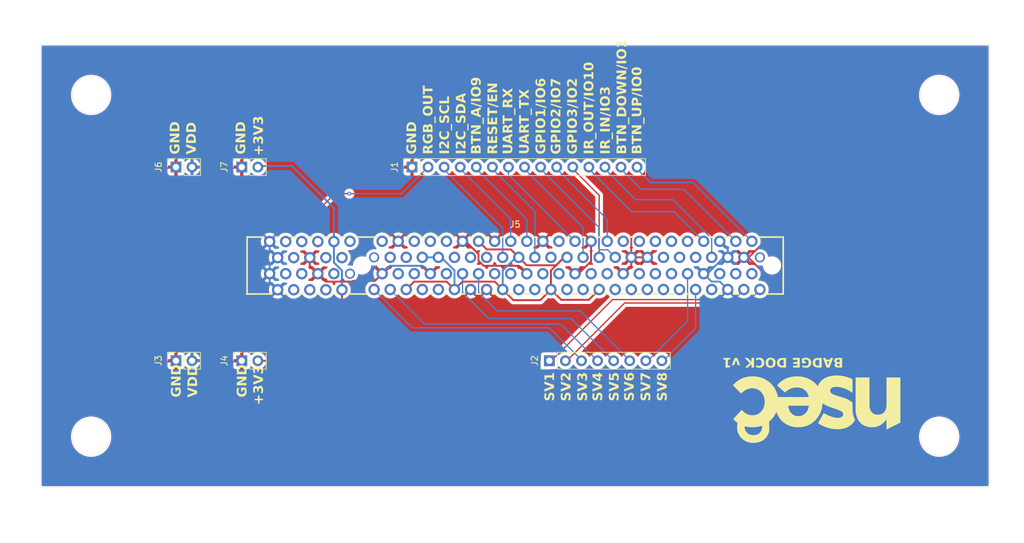
<source format=kicad_pcb>
(kicad_pcb (version 20240108) (generator "pcbnew") (generator_version "8.0")
  (layers (0 "F.Cu" signal) (31 "B.Cu" signal) (34 "B.Paste" user) (35 "F.Paste" user) (36 "B.SilkS" user "B.Silkscreen") (37 "F.SilkS" user "F.Silkscreen") (38 "B.Mask" user) (39 "F.Mask" user) (44 "Edge.Cuts" user))
  (net 0 "")
  (net 1 "GND")
  (net 2 "+3V3")
  (net 3 "IR_OUT")
  (net 4 "I2C_SCL")
  (net 5 "IR_IN")
  (net 6 "I2C_SDA")
  (net 7 "UART_RX")
  (net 8 "GPIO2")
  (net 9 "GPIO1")
  (net 10 "UART_TX")
  (net 11 "RESET")
  (net 12 "VDD")
  (net 13 "BTN_UP")
  (net 14 "BTN_DOWN")
  (net 15 "BTN_A")
  (net 16 "GPIO3")
  (net 17 "RGB_OUT")
  (net 71 "SV2")
  (net 72 "SV1")
  (net 73 "SV6")
  (net 74 "SV8")
  (net 75 "SV4")
  (net 76 "SV3")
  (net 77 "SV7")
  (net 78 "SV5")
  (footprint "Connector_PinSocket_2.54mm:PinSocket_1x02_P2.54mm_Vertical" (layer "F.Cu") (at 95.6 93.6 90)
    (property "Reference" "J3")
    (property "Value" "Conn_01x02_Socket")
  )
  (footprint "Connector_PinSocket_2.54mm:PinSocket_1x15_P2.54mm_Vertical" (layer "F.Cu") (at 132.9 63 90)
    (property "Reference" "J1")
    (property "Value" "Conn_01x15_Socket")
  )
  (footprint "Connector_PinSocket_2.54mm:PinSocket_1x02_P2.54mm_Vertical" (layer "F.Cu") (at 106 63 90)
    (property "Reference" "J7")
    (property "Value" "Conn_01x02_Socket")
  )
  (footprint "Connector_PinSocket_2.54mm:PinSocket_1x02_P2.54mm_Vertical" (layer "F.Cu") (at 106 93.6 90)
    (property "Reference" "J4")
    (property "Value" "Conn_01x02_Socket")
  )
  (footprint "footprints:CONN-TH_EH06003-DAW-DF" (layer "F.Cu") (at 149.135077 78.555067)
    (property "Reference" "J5")
    (property "Value" "Bus_PCI_32bit_Universal")
  )
  (footprint "Connector_PinHeader_2.54mm:PinHeader_1x08_P2.54mm_Vertical" (layer "F.Cu") (at 154.600035 93.6 90)
    (property "Reference" "J2")
    (property "Value" "Conn_01x08_Socket")
  )
  (footprint "Connector_PinSocket_2.54mm:PinSocket_1x02_P2.54mm_Vertical" (layer "F.Cu") (at 95.6 63 90)
    (property "Reference" "J6")
    (property "Value" "Conn_01x02_Socket")
  )
  (gr_poly (pts (xy 207.87833 104.468745) (xy 207.879009 104.468677) (xy 207.879716 104.468563) (xy 207.880451 104.468402) (xy 207.881215 104.468195) (xy 207.882006 104.467941) (xy 207.882826 104.46764) (xy 207.883673 104.467293) (xy 207.884549 104.466899) (xy 207.885453 104.466459) (xy 210.059269 103.37955) (xy 210.060094 103.379091) (xy 210.060879 103.378578) (xy 210.061624 103.378015) (xy 210.062325 103.377403) (xy 210.062982 103.376747) (xy 210.063591 103.376048) (xy 210.064152 103.375311) (xy 210.064661 103.374537) (xy 210.065118 103.373729) (xy 210.065521 103.372891) (xy 210.065866 103.372025) (xy 210.066154 103.371134) (xy 210.06638 103.370221) (xy 210.066545 103.36929) (xy 210.066645 103.368341) (xy 210.066678 103.36738) (xy 210.066678 96.242416) (xy 210.06667 96.242075) (xy 210.066645 96.24174) (xy 210.066603 96.241409) (xy 210.066546 96.241083) (xy 210.066473 96.240763) (xy 210.066385 96.240449) (xy 210.066283 96.240142) (xy 210.066166 96.239842) (xy 210.066035 96.239549) (xy 210.065891 96.239263) (xy 210.065733 96.238986) (xy 210.065563 96.238718) (xy 210.06538 96.238459) (xy 210.065185 96.238209) (xy 210.064979 96.237969) (xy 210.064761 96.237739) (xy 210.064533 96.23752) (xy 210.064294 96.237312) (xy 210.064044 96.237115) (xy 210.063786 96.236931) (xy 210.063518 96.236759) (xy 210.063241 96.2366) (xy 210.062955 96.236453) (xy 210.062661 96.236321) (xy 210.06236 96.236202) (xy 210.062051 96.236098) (xy 210.061735 96.236009) (xy 210.061413 96.235935) (xy 210.061084 96.235877) (xy 210.06075 96.235835) (xy 210.06041 96.235809) (xy 210.060065 96.235801) (xy 207.88519 96.235801) (xy 207.884335 96.235814) (xy 207.883506 96.235855) (xy 207.882704 96.235922) (xy 207.881929 96.236015) (xy 207.881179 96.236136) (xy 207.880457 96.236284) (xy 207.879761 96.236458) (xy 207.879092 96.23666) (xy 207.878449 96.236888) (xy 207.877834 96.237143) (xy 207.877245 96.237425) (xy 207.876683 96.237733) (xy 207.876148 96.238069) (xy 207.87564 96.238432) (xy 207.875159 96.238821) (xy 207.874706 96.239237) (xy 207.874279 96.239681) (xy 207.873879 96.240151) (xy 207.873507 96.240648) (xy 207.873162 96.241172) (xy 207.872845 96.241722) (xy 207.872554 96.2423) (xy 207.872291 96.242905) (xy 207.872056 96.243537) (xy 207.871848 96.244195) (xy 207.871668 96.244881) (xy 207.871515 96.245593) (xy 207.87139 96.246332) (xy 207.871293 96.247099) (xy 207.871223 96.247892) (xy 207.871181 96.248712) (xy 207.871167 96.24956) (xy 207.872489 100.556182) (xy 207.869262 100.690944) (xy 207.858879 100.824233) (xy 207.84103 100.955258) (xy 207.815403 101.083228) (xy 207.799576 101.14582) (xy 207.781689 101.207351) (xy 207.761702 101.267723) (xy 207.739577 101.326837) (xy 207.715274 101.384594) (xy 207.688756 101.440895) (xy 207.659984 101.495641) (xy 207.628918 101.548733) (xy 207.59552 101.600073) (xy 207.55975 101.649561) (xy 207.521571 101.697099) (xy 207.480944 101.742587) (xy 207.437829 101.785928) (xy 207.392188 101.827021) (xy 207.343982 101.865769) (xy 207.293172 101.902072) (xy 207.23972 101.935831) (xy 207.183587 101.966947) (xy 207.124733 101.995323) (xy 207.063121 102.020858) (xy 206.998711 102.043453) (xy 206.931464 102.063011) (xy 206.861342 102.079432) (xy 206.788306 102.092617) (xy 206.724433 102.101444) (xy 206.661281 102.10808) (xy 206.59885 102.112525) (xy 206.537141 102.114779) (xy 206.476152 102.114842) (xy 206.415884 102.112713) (xy 206.356335 102.108391) (xy 206.297506 102.101878) (xy 206.201705 102.086576) (xy 206.110231 102.06614) (xy 206.023084 102.04057) (xy 205.940263 102.009866) (xy 205.900475 101.992589) (xy 205.861769 101.974028) (xy 205.824144 101.954184) (xy 205.787601 101.933056) (xy 205.75214 101.910644) (xy 205.71776 101.886949) (xy 205.684462 101.86197) (xy 205.652246 101.835707) (xy 205.621111 101.808161) (xy 205.591058 101.779331) (xy 205.562086 101.749217) (xy 205.534196 101.71782) (xy 205.507388 101.685139) (xy 205.481661 101.651175) (xy 205.457016 101.615927) (xy 205.433453 101.579395) (xy 205.389571 101.502479) (xy 205.350016 101.420429) (xy 205.314788 101.333244) (xy 205.283886 101.240924) (xy 205.261241 101.161944) (xy 205.241609 101.084014) (xy 205.224987 101.007133) (xy 205.211377 100.931301) (xy 205.200778 100.856519) (xy 205.19319 100.782786) (xy 205.188613 100.710102) (xy 205.187047 100.638467) (xy 205.185198 96.250353) (xy 205.185184 96.249457) (xy 205.185141 96.248589) (xy 205.18507 96.24775) (xy 205.18497 96.24694) (xy 205.184841 96.246158) (xy 205.184685 96.245404) (xy 205.184499 96.244679) (xy 205.184286 96.243983) (xy 205.184044 96.243315) (xy 205.183773 96.242675) (xy 205.183474 96.242064) (xy 205.183147 96.241481) (xy 205.182791 96.240927) (xy 205.182406 96.240401) (xy 205.181994 96.239904) (xy 205.181553 96.239436) (xy 205.181083 96.238995) (xy 205.180586 96.238583) (xy 205.180059 96.2382) (xy 205.179505 96.237845) (xy 205.178922 96.237518) (xy 205.178311 96.23722) (xy 205.177672 96.23695) (xy 205.177004 96.236709) (xy 205.176308 96.236496) (xy 205.175583 96.236312) (xy 205.174831 96.236156) (xy 205.17405 96.236028) (xy 205.173241 96.235929) (xy 205.172404 96.235858) (xy 205.171538 96.235815) (xy 205.170644 96.235801) (xy 202.996828 96.235801) (xy 202.996403 96.235808) (xy 202.995991 96.235829) (xy 202.995592 96.235864) (xy 202.995206 96.235913) (xy 202.994833 96.235975) (xy 202.994473 96.236052) (xy 202.994126 96.236143) (xy 202.993792 96.236247) (xy 202.993471 96.236366) (xy 202.993164 96.236499) (xy 202.992869 96.236645) (xy 202.992587 96.236806) (xy 202.992318 96.23698) (xy 202.992062 96.237168) (xy 202.99182 96.237371) (xy 202.99159 96.237587) (xy 202.991373 96.237817) (xy 202.991169 96.238062) (xy 202.990979 96.23832) (xy 202.990801 96.238592) (xy 202.990636 96.238878) (xy 202.990485 96.239178) (xy 202.990346 96.239492) (xy 202.99022 96.23982) (xy 202.990108 96.240162) (xy 202.990008 96.240517) (xy 202.989922 96.240887) (xy 202.989848 96.241271) (xy 202.989788 96.241668) (xy 202.98974 96.24208) (xy 202.989684 96.242945) (xy 202.990479 101.316066) (xy 202.992663 101.435426) (xy 202.998957 101.555381) (xy 203.009361 101.675932) (xy 203.023875 101.797078) (xy 203.0425 101.918819) (xy 203.065235 102.041156) (xy 203.09208 102.164088) (xy 203.123035 102.287615) (xy 203.141757 102.35474) (xy 203.161689 102.420385) (xy 203.182831 102.48455) (xy 203.205181 102.547234) (xy 203.228739 102.608439) (xy 203.253504 102.668165) (xy 203.279477 102.726411) (xy 203.306656 102.783179) (xy 203.379177 102.919779) (xy 203.457633 103.048987) (xy 203.542027 103.170802) (xy 203.632356 103.285227) (xy 203.728623 103.392259) (xy 203.830826 103.491899) (xy 203.938965 103.584148) (xy 204.053042 103.669005) (xy 204.173054 103.74647) (xy 204.299004 103.816543) (xy 204.430891 103.879225) (xy 204.568714 103.934514) (xy 204.712474 103.982412) (xy 204.862171 104.022918) (xy 205.017804 104.056032) (xy 205.179375 104.081755) (xy 205.317717 104.097372) (xy 205.455143 104.107054) (xy 205.591521 104.110706) (xy 205.726724 104.108234) (xy 205.860621 104.099543) (xy 205.993084 104.084541) (xy 206.123982 104.063131) (xy 206.253187 104.035221) (xy 206.380569 104.000716) (xy 206.505998 103.959522) (xy 206.629344 103.911544) (xy 206.75048 103.856689) (xy 206.869275 103.794863) (xy 206.985599 103.72597) (xy 207.099323 103.649918) (xy 207.210318 103.566611) (xy 207.29666 103.495719) (xy 207.381118 103.421553) (xy 207.463683 103.344113) (xy 207.54435 103.263398) (xy 207.62311 103.17941) (xy 207.699957 103.092147) (xy 207.774884 103.00161) (xy 207.847883 102.907799) (xy 207.850667 102.904294) (xy 207.853267 102.901321) (xy 207.854497 102.900034) (xy 207.855681 102.898879) (xy 207.85682 102.897857) (xy 207.857912 102.896969) (xy 207.858959 102.896213) (xy 207.859961 102.895589) (xy 207.860916 102.895099) (xy 207.861826 102.894741) (xy 207.862691 102.894517) (xy 207.863511 102.894425) (xy 207.864285 102.894465) (xy 207.865015 102.894639) (xy 207.865699 102.894945) (xy 207.866339 102.895384) (xy 207.866933 102.895956) (xy 207.867484 102.896661) (xy 207.867989 102.897498) (xy 207.86845 102.898469) (xy 207.868867 102.899572) (xy 207.869239 102.900807) (xy 207.869568 102.902176) (xy 207.869852 102.903677) (xy 207.870092 102.905311) (xy 207.870288 102.907078) (xy 207.87055 102.911009) (xy 207.870636 102.915472) (xy 207.870636 104.457463) (xy 207.870651 104.458464) (xy 207.870695 104.459419) (xy 207.870769 104.460328) (xy 207.870872 104.46119) (xy 207.871004 104.462006) (xy 207.871165 104.462775) (xy 207.871356 104.463498) (xy 207.871575 104.464174) (xy 207.871824 104.464804) (xy 207.872102 104.465388) (xy 207.872408 104.465925) (xy 207.872744 104.466416) (xy 207.873108 104.46686) (xy 207.873502 104.467258) (xy 207.873924 104.467609) (xy 207.874374 104.467914) (xy 207.874854 104.468172) (xy 207.875362 104.468384) (xy 207.875899 104.468549) (xy 207.876464 104.468668) (xy 207.877057 104.46874) (xy 207.87768 104.468766)) (stroke (width -0.000001)) (fill solid) (layer "F.SilkS"))
  (gr_poly (pts (xy 186.909719 106.582813) (xy 187.02382 106.577657) (xy 187.139291 106.568309) (xy 187.317916 106.546008) (xy 187.491553 106.514657) (xy 187.659924 106.474153) (xy 187.822747 106.424396) (xy 187.979743 106.365283) (xy 188.055968 106.332186) (xy 188.130631 106.296711) (xy 188.203697 106.258847) (xy 188.275131 106.21858) (xy 188.344897 106.175898) (xy 188.412962 106.130787) (xy 188.47929 106.083236) (xy 188.543846 106.03323) (xy 188.606594 105.980759) (xy 188.6675 105.925808) (xy 188.726529 105.868365) (xy 188.783646 105.808418) (xy 188.838816 105.745953) (xy 188.892003 105.680958) (xy 188.943173 105.613421) (xy 188.99229 105.543327) (xy 189.039321 105.470666) (xy 189.084229 105.395423) (xy 189.126979 105.317586) (xy 189.167537 105.237143) (xy 189.205867 105.154081) (xy 189.241935 105.068386) (xy 189.260813 105.018677) (xy 189.277897 104.967976) (xy 189.293188 104.916283) (xy 189.306685 104.863598) (xy 189.318389 104.809921) (xy 189.3283 104.755251) (xy 189.336417 104.69959) (xy 189.342741 104.642936) (xy 189.347003 104.59405) (xy 189.350539 104.546213) (xy 189.35335 104.499426) (xy 189.355435 104.453689) (xy 189.356792 104.409003) (xy 189.357423 104.365368) (xy 189.357325 104.322784) (xy 189.356499 104.281251) (xy 189.339698 103.804637) (xy 189.336707 103.683212) (xy 189.335217 103.561927) (xy 189.335736 103.441306) (xy 189.338773 103.321871) (xy 189.339378 103.308196) (xy 189.340141 103.294552) (xy 189.341063 103.280941) (xy 189.342142 103.267364) (xy 189.343379 103.25382) (xy 189.344774 103.24031) (xy 189.346325 103.226834) (xy 189.348033 103.213392) (xy 189.348295 103.211724) (xy 189.348623 103.210093) (xy 189.349019 103.208499) (xy 189.349481 103.206943) (xy 189.35001 103.205424) (xy 189.350605 103.203942) (xy 189.351267 103.202497) (xy 189.351995 103.201089) (xy 189.35279 103.199719) (xy 189.353651 103.198385) (xy 189.354578 103.197089) (xy 189.355571 103.195831) (xy 189.356631 103.194609) (xy 189.357756 103.193425) (xy 189.358947 103.192277) (xy 189.360204 103.191167) (xy 189.450303 103.113162) (xy 189.537581 103.033133) (xy 189.622038 102.95108) (xy 189.703674 102.867004) (xy 189.782489 102.780905) (xy 189.858483 102.692781) (xy 189.931655 102.602634) (xy 190.002007 102.510464) (xy 190.069537 102.416269) (xy 190.134246 102.320051) (xy 190.196134 102.221809) (xy 190.2552 102.121543) (xy 190.311445 102.019253) (xy 190.364869 101.91494) (xy 190.415471 101.808602) (xy 190.463252 101.70024) (xy 190.463861 101.698864) (xy 190.464466 101.697577) (xy 190.465069 101.69638) (xy 190.465669 101.695273) (xy 190.466266 101.694256) (xy 190.46686 101.693329) (xy 190.46745 101.692491) (xy 190.468038 101.691743) (xy 190.468623 101.691085) (xy 190.469205 101.690517) (xy 190.469784 101.690039) (xy 190.47036 101.68965) (xy 190.470933 101.689352) (xy 190.471503 101.689143) (xy 190.47207 101.689024) (xy 190.472634 101.688996) (xy 190.473195 101.689057) (xy 190.473753 101.689208) (xy 190.474308 101.689449) (xy 190.47486 101.689779) (xy 190.475409 101.6902) (xy 190.475955 101.690711) (xy 190.476497 101.691312) (xy 190.477037 101.692003) (xy 190.477574 101.692783) (xy 190.478107 101.693654) (xy 190.478638 101.694615) (xy 190.479165 101.695666) (xy 190.479689 101.696806) (xy 190.48021 101.698037) (xy 190.480729 101.699358) (xy 190.481244 101.700769) (xy 190.507662 101.773423) (xy 190.535415 101.845601) (xy 190.564492 101.917254) (xy 190.594882 101.988334) (xy 190.626574 102.058792) (xy 190.659558 102.12858) (xy 190.693822 102.19765) (xy 190.729356 102.265952) (xy 190.766149 102.333439) (xy 190.80419 102.400062) (xy 190.843468 102.465773) (xy 190.883972 102.530523) (xy 190.925692 102.594264) (xy 190.968616 102.656947) (xy 191.012734 102.718524) (xy 191.058035 102.778946) (xy 191.20269 102.955186) (xy 191.355685 103.118112) (xy 191.516595 103.267908) (xy 191.684998 103.40476) (xy 191.86047 103.528853) (xy 192.042589 103.640373) (xy 192.23093 103.739504) (xy 192.425071 103.826432) (xy 192.624588 103.901342) (xy 192.829058 103.964419) (xy 193.038059 104.015849) (xy 193.251166 104.055817) (xy 193.467956 104.084508) (xy 193.688007 104.102108) (xy 193.910895 104.108801) (xy 194.136197 104.104774) (xy 194.33902 104.09103) (xy 194.539639 104.066668) (xy 194.73767 104.031844) (xy 194.932725 103.986712) (xy 195.124419 103.931424) (xy 195.312367 103.866137) (xy 195.496181 103.791004) (xy 195.675476 103.706179) (xy 195.849866 103.611816) (xy 196.018965 103.508071) (xy 196.182387 103.395097) (xy 196.339745 103.273048) (xy 196.490655 103.142078) (xy 196.634729 103.002343) (xy 196.771582 102.853995) (xy 196.900827 102.69719) (xy 196.987098 102.582337) (xy 197.068904 102.465188) (xy 197.146245 102.345743) (xy 197.219121 102.224001) (xy 197.287533 102.099962) (xy 197.351479 101.973627) (xy 197.410961 101.844996) (xy 197.465978 101.714068) (xy 197.51653 101.580843) (xy 197.562617 101.445322) (xy 197.604239 101.307504) (xy 197.641397 101.167389) (xy 197.67409 101.024978) (xy 197.702317 100.88027) (xy 197.72608 100.733265) (xy 197.745379 100.583963) (xy 197.751703 100.523589) (xy 197.756943 100.462321) (xy 197.761098 100.40016) (xy 197.764164 100.337107) (xy 197.764229 100.335849) (xy 197.764326 100.334654) (xy 197.764454 100.333523) (xy 197.764614 100.332456) (xy 197.764805 100.331452) (xy 197.765028 100.330512) (xy 197.765282 100.329635) (xy 197.765568 100.328822) (xy 197.765886 100.328072) (xy 197.766234 100.327386) (xy 197.766615 100.326764) (xy 197.767027 100.326205) (xy 197.76747 100.32571) (xy 197.767945 100.325278) (xy 197.768451 100.32491) (xy 197.768989 100.324605) (xy 197.769559 100.324364) (xy 197.77016 100.324187) (xy 197.770793 100.324073) (xy 197.771457 100.324022) (xy 197.772153 100.324035) (xy 197.77288 100.324112) (xy 197.773639 100.324252) (xy 197.77443 100.324456) (xy 197.775252 100.324724) (xy 197.776105 100.325055) (xy 197.776991 100.325449) (xy 197.777908 100.325907) (xy 197.778856 100.326429) (xy 197.779836 100.327014) (xy 197.780848 100.327663) (xy 197.781891 100.328375) (xy 197.855549 100.379233) (xy 197.93062 100.428357) (xy 198.007032 100.475797) (xy 198.08471 100.521604) (xy 198.163581 100.56583) (xy 198.243569 100.608526) (xy 198.406605 100.689532) (xy 198.573225 100.765031) (xy 198.742836 100.835433) (xy 198.914848 100.901147) (xy 199.088668 100.962582) (xy 199.580789 101.130989) (xy 200.05281 101.293841) (xy 200.133178 101.322438) (xy 200.211703 101.352012) (xy 200.288385 101.382563) (xy 200.363225 101.41409) (xy 200.436221 101.446594) (xy 200.507375 101.480073) (xy 200.576686 101.514527) (xy 200.644153 101.549957) (xy 200.686464 101.57371) (xy 200.727756 101.59888) (xy 200.767714 101.625538) (xy 200.80602 101.653756) (xy 200.842357 101.683605) (xy 200.876409 101.715156) (xy 200.907857 101.748481) (xy 200.936385 101.78365) (xy 200.949455 101.801949) (xy 200.961677 101.820736) (xy 200.973009 101.840019) (xy 200.983414 101.859809) (xy 200.992851 101.880113) (xy 201.00128 101.90094) (xy 201.008662 101.922301) (xy 201.014958 101.944202) (xy 201.020127 101.966654) (xy 201.024131 101.989666) (xy 201.026929 102.013245) (xy 201.028482 102.037402) (xy 201.028749 102.062144) (xy 201.027693 102.087482) (xy 201.025272 102.113423) (xy 201.021448 102.139977) (xy 201.016384 102.165843) (xy 201.010097 102.190907) (xy 201.002628 102.215178) (xy 200.994016 102.238662) (xy 200.984301 102.261366) (xy 200.973522 102.283297) (xy 200.961719 102.304462) (xy 200.948932 102.324867) (xy 200.9352 102.344521) (xy 200.920564 102.363429) (xy 200.905063 102.381598) (xy 200.888736 102.399036) (xy 200.853764 102.431745) (xy 200.815967 102.461612) (xy 200.775661 102.488691) (xy 200.733164 102.513038) (xy 200.688794 102.534708) (xy 200.642867 102.553757) (xy 200.595702 102.570241) (xy 200.547616 102.584214) (xy 200.498925 102.595732) (xy 200.449949 102.604851) (xy 200.372468 102.615423) (xy 200.294111 102.622354) (xy 200.215026 102.625823) (xy 200.135359 102.626009) (xy 200.055258 102.623092) (xy 199.97487 102.61725) (xy 199.894343 102.608663) (xy 199.813824 102.597509) (xy 199.733459 102.583967) (xy 199.653397 102.568217) (xy 199.573785 102.550438) (xy 199.494769 102.530809) (xy 199.339118 102.486715) (xy 199.187621 102.437369) (xy 199.032168 102.381233) (xy 198.877493 102.320772) (xy 198.723596 102.255988) (xy 198.570478 102.186879) (xy 198.418136 102.113445) (xy 198.266573 102.035686) (xy 198.115785 101.953602) (xy 197.965775 101.867192) (xy 197.964706 101.866591) (xy 197.963651 101.866044) (xy 197.962612 101.865551) (xy 197.961586 101.865111) (xy 197.960575 101.864725) (xy 197.959579 101.864393) (xy 197.958597 101.864114) (xy 197.95763 101.863889) (xy 197.956678 101.863717) (xy 197.95574 101.863599) (xy 197.954816 101.863535) (xy 197.953907 101.863525) (xy 197.953013 101.863568) (xy 197.952133 101.863665) (xy 197.951268 101.863816) (xy 197.950418 101.86402) (xy 197.949582 101.864279) (xy 197.94876 101.86459) (xy 197.947953 101.864956) (xy 197.947161 101.865375) (xy 197.946383 101.865848) (xy 197.94562 101.866375) (xy 197.944871 101.866956) (xy 197.944137 101.86759) (xy 197.943418 101.868278) (xy 197.942713 101.86902) (xy 197.942023 101.869816) (xy 197.941347 101.870665) (xy 197.940686 101.871568) (xy 197.940039 101.872525) (xy 197.939407 101.873536) (xy 197.93879 101.8746) (xy 197.060637 103.465011) (xy 197.060319 103.465628) (xy 197.060034 103.466254) (xy 197.059781 103.466887) (xy 197.05956 103.467527) (xy 197.059372 103.468173) (xy 197.059215 103.468822) (xy 197.05909 103.469475) (xy 197.058996 103.47013) (xy 197.058933 103.470787) (xy 197.058901 103.471443) (xy 197.058899 103.472099) (xy 197.058928 103.472752) (xy 197.058986 103.473403) (xy 197.059074 103.47405) (xy 197.059191 103.474691) (xy 197.059337 103.475327) (xy 197.059512 103.475955) (xy 197.059715 103.476575) (xy 197.059947 103.477185) (xy 197.060206 103.477785) (xy 197.060494 103.478374) (xy 197.060808 103.47895) (xy 197.06115 103.479513) (xy 197.061518 103.480061) (xy 197.061914 103.480594) (xy 197.062335 103.48111) (xy 197.062782 103.481608) (xy 197.063255 103.482088) (xy 197.063754 103.482547) (xy 197.064278 103.482986) (xy 197.064826 103.483403) (xy 197.0654 103.483797) (xy 197.248097 103.599123) (xy 197.435411 103.707834) (xy 197.627018 103.809724) (xy 197.822591 103.904591) (xy 198.021806 103.992231) (xy 198.224337 104.07244) (xy 198.42986 104.145013) (xy 198.638049 104.209747) (xy 198.848579 104.266438) (xy 199.061125 104.314883) (xy 199.275361 104.354876) (xy 199.490962 104.386216) (xy 199.707604 104.408697) (xy 199.924961 104.422115) (xy 200.142708 104.426268) (xy 200.36052 104.420951) (xy 200.55356 104.407086) (xy 200.746044 104.383355) (xy 200.937102 104.349615) (xy 201.125869 104.305725) (xy 201.311475 104.25154) (xy 201.493055 104.186918) (xy 201.669741 104.111718) (xy 201.755978 104.070106) (xy 201.840665 104.025795) (xy 201.923696 103.978769) (xy 202.00496 103.929009) (xy 202.084351 103.876496) (xy 202.161759 103.821215) (xy 202.237076 103.763145) (xy 202.310194 103.702271) (xy 202.381004 103.638573) (xy 202.449397 103.572035) (xy 202.515266 103.502638) (xy 202.578502 103.430364) (xy 202.638997 103.355196) (xy 202.696641 103.277116) (xy 202.751328 103.196105) (xy 202.802947 103.112147) (xy 202.851391 103.025223) (xy 202.896552 102.935316) (xy 202.8972 102.933862) (xy 202.897754 102.932407) (xy 202.898216 102.930953) (xy 202.898585 102.929497) (xy 202.89886 102.928042) (xy 202.899043 102.926586) (xy 202.899133 102.92513) (xy 202.89913 102.923674) (xy 202.899034 102.922218) (xy 202.898845 102.920762) (xy 202.898563 102.919306) (xy 202.898187 102.917851) (xy 202.897719 102.916395) (xy 202.897158 102.91494) (xy 202.896504 102.913486) (xy 202.895757 102.912032) (xy 202.851591 102.827524) (xy 202.81017 102.741464) (xy 202.771488 102.653972) (xy 202.735535 102.565172) (xy 202.702305 102.475183) (xy 202.671789 102.384129) (xy 202.64398 102.292131) (xy 202.61887 102.199311) (xy 202.596452 102.105789) (xy 202.576717 102.011689) (xy 202.559658 101.917131) (xy 202.545267 101.822238) (xy 202.533536 101.727131) (xy 202.524458 101.631931) (xy 202.518024 101.536761) (xy 202.514228 101.441743) (xy 202.507838 101.139031) (xy 202.504825 100.839425) (xy 202.50519 100.542925) (xy 202.508936 100.24953) (xy 202.508945 100.247137) (xy 202.508842 100.24479) (xy 202.508628 100.242488) (xy 202.508302 100.240233) (xy 202.507865 100.238023) (xy 202.507316 100.235859) (xy 202.506655 100.23374) (xy 202.505884 100.231667) (xy 202.505001 100.22964) (xy 202.504007 100.227658) (xy 202.502901 100.225722) (xy 202.501685 100.223831) (xy 202.500357 100.221985) (xy 202.498918 100.220185) (xy 202.497368 100.218431) (xy 202.495707 100.216721) (xy 202.473845 100.195185) (xy 202.451521 100.173972) (xy 202.428732 100.153084) (xy 202.405481 100.132518) (xy 202.381768 100.112275) (xy 202.357592 100.092354) (xy 202.332954 100.072753) (xy 202.307854 100.053474) (xy 202.230084 99.996626) (xy 202.15063 99.942212) (xy 202.069594 99.890147) (xy 201.98708 99.840347) (xy 201.903189 99.792729) (xy 201.818023 99.747208) (xy 201.731686 99.7037) (xy 201.644279 99.662122) (xy 201.555904 99.622387) (xy 201.466665 99.584414) (xy 201.286 99.513413) (xy 201.103103 99.448446) (xy 200.918792 99.38884) (xy 200.496039 99.259859) (xy 200.078209 99.135899) (xy 200.002826 99.113271) (xy 199.928165 99.089699) (xy 199.854225 99.065182) (xy 199.781006 99.039723) (xy 199.708507 99.013321) (xy 199.636729 98.985977) (xy 199.56567 98.957691) (xy 199.495331 98.928465) (xy 199.461242 98.913575) (xy 199.427673 98.898056) (xy 199.394687 98.881881) (xy 199.362346 98.865023) (xy 199.330712 98.847455) (xy 199.299846 98.82915) (xy 199.269812 98.810081) (xy 199.240671 98.79022) (xy 199.212484 98.769541) (xy 199.185315 98.748016) (xy 199.159224 98.725619) (xy 199.134275 98.702321) (xy 199.110528 98.678096) (xy 199.088047 98.652917) (xy 199.066893 98.626757) (xy 199.047127 98.599588) (xy 199.042086 98.592103) (xy 199.03728 98.584662) (xy 199.03271 98.577263) (xy 199.028375 98.569908) (xy 199.024276 98.562595) (xy 199.020413 98.555326) (xy 199.016785 98.5481) (xy 199.013393 98.540917) (xy 199.010237 98.533777) (xy 199.007316 98.526682) (xy 199.004631 98.519629) (xy 199.002182 98.512621) (xy 198.999968 98.505656) (xy 198.99799 98.498735) (xy 198.996248 98.491857) (xy 198.994741 98.485024) (xy 198.987479 98.443385) (xy 198.982617 98.403045) (xy 198.98009 98.363995) (xy 198.979832 98.326225) (xy 198.981777 98.289728) (xy 198.985862 98.254493) (xy 198.992019 98.220511) (xy 199.000185 98.187773) (xy 199.010294 98.15627) (xy 199.022281 98.125992) (xy 199.03608 98.096931) (xy 199.051626 98.069077) (xy 199.068854 98.042421) (xy 199.087698 98.016954) (xy 199.108094 97.992667) (xy 199.129976 97.969549) (xy 199.153279 97.947593) (xy 199.177937 97.926789) (xy 199.203886 97.907128) (xy 199.23106 97.8886) (xy 199.259394 97.871197) (xy 199.288822 97.854909) (xy 199.350701 97.825641) (xy 199.416175 97.800723) (xy 199.484722 97.780082) (xy 199.555821 97.763644) (xy 199.628948 97.751334) (xy 199.737145 97.738943) (xy 199.84703 97.731396) (xy 199.958601 97.728694) (xy 200.071859 97.730836) (xy 200.186804 97.737822) (xy 200.303436 97.749653) (xy 200.421755 97.766328) (xy 200.541761 97.787847) (xy 200.67374 97.816293) (xy 200.804367 97.849041) (xy 200.933642 97.885931) (xy 201.061563 97.926807) (xy 201.188131 97.97151) (xy 201.313346 98.019884) (xy 201.437206 98.071769) (xy 201.559711 98.127009) (xy 201.680862 98.185446) (xy 201.800657 98.246922) (xy 201.919097 98.311279) (xy 202.03618 98.378359) (xy 202.151907 98.448005) (xy 202.266277 98.52006) (xy 202.379289 98.594364) (xy 202.490944 98.670761) (xy 202.491887 98.671395) (xy 202.4928 98.671972) (xy 202.493683 98.672492) (xy 202.494536 98.672955) (xy 202.495359 98.673361) (xy 202.496153 98.673711) (xy 202.496917 98.674003) (xy 202.497651 98.674239) (xy 202.498355 98.674417) (xy 202.499029 98.674539) (xy 202.499674 98.674604) (xy 202.500288 98.674612) (xy 202.500873 98.674563) (xy 202.501428 98.674457) (xy 202.501953 98.674295) (xy 202.502448 98.674075) (xy 202.502913 98.673799) (xy 202.503348 98.673465) (xy 202.503753 98.673075) (xy 202.504128 98.672628) (xy 202.504474 98.672124) (xy 202.504789 98.671563) (xy 202.505074 98.670945) (xy 202.50533 98.67027) (xy 202.505555 98.669538) (xy 202.50575 98.66875) (xy 202.505916 98.667905) (xy 202.506051 98.667002) (xy 202.506156 98.666043) (xy 202.506232 98.665027) (xy 202.506277 98.663954) (xy 202.506292 98.662824) (xy 202.506292 96.531341) (xy 202.506225 96.529064) (xy 202.506142 96.527957) (xy 202.506026 96.526869) (xy 202.505877 96.525802) (xy 202.505695 96.524755) (xy 202.505479 96.523729) (xy 202.505231 96.522722) (xy 202.504949 96.521736) (xy 202.504634 96.52077) (xy 202.504286 96.519825) (xy 202.503905 96.518899) (xy 202.503491 96.517994) (xy 202.503044 96.517109) (xy 202.502564 96.516244) (xy 202.502051 96.515399) (xy 202.501505 96.514575) (xy 202.500926 96.51377) (xy 202.500313 96.512986) (xy 202.499668 96.512222) (xy 202.49899 96.511478) (xy 202.498279 96.510754) (xy 202.497535 96.51005) (xy 202.496758 96.509366) (xy 202.495948 96.508702) (xy 202.495105 96.508059) (xy 202.494229 96.507435) (xy 202.493321 96.506832) (xy 202.492379 96.506248) (xy 202.491405 96.505685) (xy 202.489357 96.504618) (xy 202.317047 96.425514) (xy 202.144146 96.352241) (xy 201.970654 96.2848) (xy 201.796572 96.223189) (xy 201.621899 96.167409) (xy 201.446635 96.11746) (xy 201.270781 96.073342) (xy 201.094335 96.035055) (xy 200.917299 96.002599) (xy 200.739672 95.975974) (xy 200.561453 95.95518) (xy 200.382643 95.940217) (xy 200.203242 95.931085) (xy 200.02325 95.927784) (xy 199.842666 95.930313) (xy 199.66149 95.938674) (xy 199.448099 95.95681) (xy 199.236871 95.98477) (xy 199.028737 96.022911) (xy 198.824626 96.071594) (xy 198.625468 96.131179) (xy 198.528037 96.165172) (xy 198.432193 96.202025) (xy 198.338053 96.241784) (xy 198.245731 96.284493) (xy 198.155346 96.330197) (xy 198.067012 96.378941) (xy 197.980846 96.43077) (xy 197.896965 96.485729) (xy 197.815484 96.543863) (xy 197.73652 96.605217) (xy 197.660189 96.669836) (xy 197.586607 96.737765) (xy 197.51589 96.809049) (xy 197.448156 96.883732) (xy 197.383519 96.961861) (xy 197.322096 97.043479) (xy 197.264004 97.128631) (xy 197.209358 97.217364) (xy 197.158274 97.30972) (xy 197.11087 97.405747) (xy 197.067261 97.505488) (xy 197.027564 97.608988) (xy 197.027212 97.609935) (xy 197.026851 97.610827) (xy 197.02648 97.611664) (xy 197.0261 97.612446) (xy 197.025711 97.613172) (xy 197.025313 97.613843) (xy 197.024905 97.614459) (xy 197.024488 97.61502) (xy 197.024061 97.615526) (xy 197.023626 97.615976) (xy 197.023181 97.616371) (xy 197.022727 97.616711) (xy 197.022263 97.616995) (xy 197.02179 97.617225) (xy 197.021308 97.617399) (xy 197.020816 97.617518) (xy 197.020316 97.617581) (xy 197.019806 97.617589) (xy 197.019286 97.617542) (xy 197.018758 97.61744) (xy 197.01822 97.617282) (xy 197.017673 97.61707) (xy 197.017116 97.616801) (xy 197.01655 97.616478) (xy 197.015975 97.616099) (xy 197.015391 97.615665) (xy 197.014797 97.615176) (xy 197.014194 97.614631) (xy 197.013581 97.614031) (xy 197.01296 97.613375) (xy 197.012329 97.612665) (xy 197.011689 97.611899) (xy 196.935985 97.519114) (xy 196.872385 97.44237) (xy 196.845125 97.410013) (xy 196.820891 97.381665) (xy 196.799683 97.357327) (xy 196.781501 97.336996) (xy 196.646234 97.196081) (xy 196.505037 97.063447) (xy 196.358185 96.939092) (xy 196.205954 96.823015) (xy 196.048621 96.715211) (xy 195.886463 96.615678) (xy 195.719755 96.524414) (xy 195.548774 96.441415) (xy 195.373797 96.36668) (xy 195.195099 96.300205) (xy 195.012957 96.241987) (xy 194.827648 96.192025) (xy 194.639448 96.150314) (xy 194.448632 96.116854) (xy 194.255478 96.09164) (xy 194.060262 96.07467) (xy 193.875472 96.065849) (xy 193.692319 96.063735) (xy 193.510805 96.068328) (xy 193.330928 96.079627) (xy 193.152689 96.097632) (xy 192.97609 96.122343) (xy 192.801129 96.153759) (xy 192.627808 96.19188) (xy 192.477249 96.231405) (xy 192.329336 96.276901) (xy 192.184157 96.328285) (xy 192.041797 96.385477) (xy 191.902342 96.448394) (xy 191.765879 96.516954) (xy 191.632493 96.591075) (xy 191.50227 96.670677) (xy 191.375297 96.755677) (xy 191.251659 96.845993) (xy 191.131443 96.941544) (xy 191.014734 97.042247) (xy 190.901619 97.148022) (xy 190.792183 97.258785) (xy 190.686513 97.374456) (xy 190.584695 97.494953) (xy 190.584039 97.495777) (xy 190.583428 97.496597) (xy 190.582864 97.497413) (xy 190.582346 97.498225) (xy 190.581874 97.499033) (xy 190.581449 97.499836) (xy 190.581069 97.500636) (xy 190.580736 97.501432) (xy 190.580448 97.502223) (xy 190.580207 97.503011) (xy 190.580012 97.503794) (xy 190.579863 97.504573) (xy 190.57976 97.505349) (xy 190.579703 97.50612) (xy 190.579693 97.506887) (xy 190.579728 97.50765) (xy 190.579809 97.508409) (xy 190.579936 97.509163) (xy 190.58011 97.509914) (xy 190.580329 97.51066) (xy 190.580595 97.511403) (xy 190.580906 97.512141) (xy 190.581263 97.512875) (xy 190.581667 97.513605) (xy 190.582116 97.514331) (xy 190.582611 97.515052) (xy 190.583152 97.51577) (xy 190.583739 97.516483) (xy 190.584372 97.517192) (xy 190.585051 97.517897) (xy 190.585776 97.518598) (xy 190.586547 97.519295) (xy 191.820829 98.612024) (xy 191.821605 98.612696) (xy 191.822381 98.613325) (xy 191.823158 98.61391) (xy 191.823934 98.614451) (xy 191.824711 98.614948) (xy 191.825487 98.615401) (xy 191.826263 98.61581) (xy 191.82704 98.616176) (xy 191.827817 98.616497) (xy 191.828593 98.616775) (xy 191.82937 98.617008) (xy 191.830146 98.617198) (xy 191.830923 98.617344) (xy 191.8317 98.617445) (xy 191.832477 98.617503) (xy 191.833254 98.617517) (xy 191.834031 98.617487) (xy 191.834808 98.617413) (xy 191.835585 98.617295) (xy 191.836363 98.617133) (xy 191.83714 98.616927) (xy 191.837918 98.616677) (xy 191.838695 98.616384) (xy 191.839473 98.616046) (xy 191.840251 98.615664) (xy 191.841029 98.615238) (xy 191.841807 98.614768) (xy 191.842585 98.614255) (xy 191.843364 98.613697) (xy 191.844142 98.613095) (xy 191.844921 98.612449) (xy 191.8457 98.611759) (xy 191.921908 98.543168) (xy 191.999185 98.476624) (xy 192.077618 98.412313) (xy 192.157296 98.350421) (xy 192.238307 98.291136) (xy 192.32074 98.234643) (xy 192.404683 98.181129) (xy 192.490224 98.13078) (xy 192.577452 98.083783) (xy 192.666455 98.040324) (xy 192.757322 98.00059) (xy 192.85014 97.964766) (xy 192.944999 97.93304) (xy 193.041986 97.905598) (xy 193.14119 97.882626) (xy 193.242699 97.864311) (xy 193.305433 97.855202) (xy 193.367628 97.847392) (xy 193.429283 97.84088) (xy 193.490399 97.835666) (xy 193.550975 97.831751) (xy 193.611012 97.829134) (xy 193.670509 97.827816) (xy 193.729467 97.827796) (xy 193.787885 97.829073) (xy 193.845763 97.831649) (xy 193.903103 97.835524) (xy 193.959902 97.840696) (xy 194.016162 97.847166) (xy 194.071883 97.854935) (xy 194.127064 97.864001) (xy 194.181705 97.874365) (xy 194.252885 97.890128) (xy 194.32231 97.908122) (xy 194.389977 97.928316) (xy 194.455887 97.950673) (xy 194.520039 97.975161) (xy 194.582431 98.001745) (xy 194.643063 98.030392) (xy 194.701934 98.061066) (xy 194.759044 98.093735) (xy 194.81439 98.128363) (xy 194.919791 98.203364) (xy 195.01813 98.285796) (xy 195.109401 98.375387) (xy 195.193596 98.471864) (xy 195.270709 98.574956) (xy 195.340732 98.684388) (xy 195.403659 98.79989) (xy 195.459482 98.921188) (xy 195.508195 99.048011) (xy 195.54979 99.180085) (xy 195.584261 99.317138) (xy 195.584442 99.318017) (xy 195.584588 99.318868) (xy 195.5847 99.319691) (xy 195.584777 99.320487) (xy 195.584819 99.321254) (xy 195.584827 99.321994) (xy 195.5848 99.322705) (xy 195.584738 99.323389) (xy 195.584642 99.324045) (xy 195.584511 99.324673) (xy 195.584345 99.325273) (xy 195.584145 99.325845) (xy 195.58391 99.326389) (xy 195.583641 99.326905) (xy 195.583337 99.327394) (xy 195.582998 99.327854) (xy 195.582625 99.328287) (xy 195.582217 99.328691) (xy 195.581775 99.329068) (xy 195.581298 99.329417) (xy 195.580786 99.329738) (xy 195.58024 99.330031) (xy 195.57966 99.330296) (xy 195.579045 99.330533) (xy 195.578396 99.330742) (xy 195.577712 99.330924) (xy 195.576993 99.331077) (xy 195.57624 99.331203) (xy 195.575453 99.331301) (xy 195.574631 99.33137) (xy 195.573775 99.331412) (xy 195.572884 99.331426) (xy 190.734449 99.331426) (xy 190.733681 99.331414) (xy 190.732932 99.331379) (xy 190.732204 99.331319) (xy 190.731496 99.331236) (xy 190.730809 99.33113) (xy 190.730141 99.330999) (xy 190.729494 99.330845) (xy 190.728868 99.330667) (xy 190.728261 99.330465) (xy 190.727675 99.330239) (xy 190.727109 99.32999) (xy 190.726564 99.329717) (xy 190.726038 99.32942) (xy 190.725533 99.329099) (xy 190.725048 99.328755) (xy 190.724584 99.328386) (xy 190.724139 99.327994) (xy 190.723715 99.327579) (xy 190.723311 99.327139) (xy 190.722927 99.326675) (xy 190.722564 99.326188) (xy 190.72222 99.325677) (xy 190.721897 99.325142) (xy 190.721594 99.324583) (xy 190.721311 99.324001) (xy 190.721049 99.323394) (xy 190.720806 99.322764) (xy 190.720584 99.32211) (xy 190.720382 99.321432) (xy 190.7202 99.32073) (xy 190.720039 99.320005) (xy 190.719897 99.319255) (xy 190.694668 99.190407) (xy 190.665811 99.06355) (xy 190.633326 98.938682) (xy 190.597213 98.815805) (xy 190.557473 98.694918) (xy 190.514105 98.576021) (xy 190.46711 98.459115) (xy 190.416486 98.344199) (xy 190.362235 98.231274) (xy 190.304357 98.12034) (xy 190.24285 98.011396) (xy 190.177716 97.904443) (xy 190.108955 97.799481) (xy 190.036565 97.696509) (xy 189.960548 97.595529) (xy 189.880903 97.49654) (xy 189.75623 97.353112) (xy 189.626954 97.217178) (xy 189.493075 97.088741) (xy 189.354593 96.967798) (xy 189.211507 96.854351) (xy 189.063818 96.7484) (xy 188.911527 96.649943) (xy 188.754632 96.558983) (xy 188.593134 96.475517) (xy 188.427032 96.399547) (xy 188.256328 96.331072) (xy 188.081021 96.270093) (xy 187.90111 96.216609) (xy 187.716596 96.17062) (xy 187.52748 96.132126) (xy 187.33376 96.101128) (xy 187.192046 96.084121) (xy 187.047495 96.071992) (xy 186.900107 96.064742) (xy 186.749884 96.06237) (xy 186.596826 96.064875) (xy 186.440933 96.072259) (xy 186.282206 96.084519) (xy 186.120645 96.101656) (xy 185.987938 96.119724) (xy 185.85731 96.141778) (xy 185.728762 96.16782) (xy 185.602292 96.19785) (xy 185.477902 96.231866) (xy 185.355592 96.26987) (xy 185.235361 96.311861) (xy 185.11721 96.35784) (xy 185.001138 96.407806) (xy 184.887146 96.461759) (xy 184.775233 96.5197) (xy 184.6654 96.581628) (xy 184.557647 96.647543) (xy 184.451974 96.717446) (xy 184.34838 96.791336) (xy 184.246866 96.869214) (xy 184.166389 96.934636) (xy 184.086623 97.002316) (xy 184.007569 97.072253) (xy 183.929227 97.144446) (xy 183.851597 97.218898) (xy 183.774679 97.295606) (xy 183.698473 97.374572) (xy 183.622979 97.455794) (xy 183.621665 97.457265) (xy 183.620438 97.458733) (xy 183.619297 97.460201) (xy 183.618242 97.461667) (xy 183.617274 97.463131) (xy 183.616392 97.464595) (xy 183.615597 97.466056) (xy 183.614888 97.467516) (xy 183.614265 97.468975) (xy 183.613728 97.470432) (xy 183.613278 97.471888) (xy 183.612914 97.473342) (xy 183.612637 97.474795) (xy 183.612446 97.476246) (xy 183.612341 97.477696) (xy 183.612323 97.479144) (xy 183.612391 97.480591) (xy 183.612545 97.482036) (xy 183.612786 97.483479) (xy 183.613113 97.484921) (xy 183.613526 97.486361) (xy 183.614026 97.4878) (xy 183.614612 97.489237) (xy 183.615284 97.490672) (xy 183.616043 97.492106) (xy 183.616888 97.493538) (xy 183.61782 97.494969) (xy 183.618838 97.496398) (xy 183.619942 97.497825) (xy 183.621133 97.499251) (xy 183.622409 97.500674) (xy 183.623773 97.502096) (xy 184.878427 98.769186) (xy 184.879168 98.769898) (xy 184.879935 98.770564) (xy 184.880728 98.771186) (xy 184.881545 98.771762) (xy 184.882382 98.772293) (xy 184.88324 98.772779) (xy 184.884116 98.773219) (xy 184.885008 98.773614) (xy 184.885915 98.773964) (xy 184.886835 98.774269) (xy 184.887765 98.774528) (xy 184.888705 98.774742) (xy 184.889653 98.77491) (xy 184.890606 98.775033) (xy 184.891563 98.775111) (xy 184.892522 98.775143) (xy 184.893482 98.775129) (xy 184.894441 98.77507) (xy 184.895396 98.774966) (xy 184.896347 98.774816) (xy 184.897291 98.77462) (xy 184.898227 98.774379) (xy 184.899153 98.774092) (xy 184.900066 98.773759) (xy 184.900966 98.773381) (xy 184.901851 98.772957) (xy 184.902719 98.772487) (xy 184.903567 98.771971) (xy 184.904395 98.77141) (xy 184.905201 98.770803) (xy 184.905982 98.77015) (xy 184.906737 98.769451) (xy 184.95396 98.723913) (xy 185.002762 98.678582) (xy 185.053142 98.633457) (xy 185.105102 98.588539) (xy 185.158642 98.543828) (xy 185.213762 98.499324) (xy 185.270464 98.455028) (xy 185.328748 98.41094) (xy 185.413627 98.350277) (xy 185.499535 98.293968) (xy 185.586471 98.242012) (xy 185.674435 98.19441) (xy 185.763426 98.151161) (xy 185.853446 98.112266) (xy 185.944493 98.077724) (xy 186.036568 98.047535) (xy 186.12967 98.0217) (xy 186.223799 98.000218) (xy 186.318957 97.983088) (xy 186.415141 97.970312) (xy 186.512352 97.961889) (xy 186.610591 97.957818) (xy 186.709857 97.958101) (xy 186.81015 97.962736) (xy 186.911008 97.972144) (xy 187.010565 97.986541) (xy 187.108648 98.005876) (xy 187.205086 98.030097) (xy 187.299705 98.059152) (xy 187.392333 98.092988) (xy 187.482797 98.131555) (xy 187.570926 98.174799) (xy 187.656546 98.22267) (xy 187.739486 98.275115) (xy 187.819572 98.332082) (xy 187.896632 98.393519) (xy 187.970494 98.459374) (xy 188.040986 98.529596) (xy 188.107934 98.604133) (xy 188.171167 98.682931) (xy 188.233823 98.770147) (xy 188.291464 98.859755) (xy 188.344163 98.951621) (xy 188.39199 99.045605) (xy 188.435015 99.141573) (xy 188.47331 99.239386) (xy 188.506946 99.338909) (xy 188.535993 99.440004) (xy 188.560523 99.542535) (xy 188.580606 99.646364) (xy 188.596314 99.751356) (xy 188.607716 99.857372) (xy 188.614885 99.964277) (xy 188.617891 100.071933) (xy 188.616805 100.180204) (xy 188.611698 100.288953) (xy 188.603362 100.385742) (xy 188.591098 100.481597) (xy 188.57497 100.576375) (xy 188.555039 100.669933) (xy 188.544351 100.711566) (xy 192.328793 100.711566) (xy 192.328794 100.711339) (xy 192.328807 100.711114) (xy 192.328832 100.71089) (xy 192.328869 100.710669) (xy 192.328917 100.710451) (xy 192.328977 100.710236) (xy 192.329049 100.710024) (xy 192.329131 100.709817) (xy 192.329225 100.709615) (xy 192.329331 100.709417) (xy 192.329447 100.709225) (xy 192.329574 100.709039) (xy 192.329712 100.70886) (xy 192.32986 100.708688) (xy 192.330013 100.708519) (xy 192.330175 100.70836) (xy 192.330344 100.708212) (xy 192.33052 100.708074) (xy 192.330704 100.707946) (xy 192.330894 100.707829) (xy 192.33109 100.707722) (xy 192.331292 100.707626) (xy 192.331499 100.707541) (xy 192.331711 100.707467) (xy 192.331928 100.707404) (xy 192.332148 100.707352) (xy 192.332372 100.707312) (xy 192.3326 100.707283) (xy 192.332829 100.707265) (xy 192.333062 100.707259) (xy 195.606221 100.707259) (xy 195.606821 100.707269) (xy 195.607398 100.707297) (xy 195.607953 100.707345) (xy 195.608486 100.707412) (xy 195.608997 100.707498) (xy 195.609486 100.707603) (xy 195.609953 100.707727) (xy 195.610398 100.70787) (xy 195.610821 100.708032) (xy 195.611222 100.708213) (xy 195.6116 100.708414) (xy 195.611957 100.708633) (xy 195.612291 100.708872) (xy 195.612603 100.70913) (xy 195.612893 100.709407) (xy 195.613161 100.709703) (xy 195.613407 100.710018) (xy 195.61363 100.710353) (xy 195.613831 100.710706) (xy 195.61401 100.711079) (xy 195.614167 100.711471) (xy 195.614302 100.711882) (xy 195.614414 100.712312) (xy 195.614504 100.712762) (xy 195.614572 100.713231) (xy 195.614618 100.713718) (xy 195.614641 100.714225) (xy 195.614642 100.714752) (xy 195.614621 100.715297) (xy 195.614577 100.715862) (xy 195.614511 100.716446) (xy 195.614423 100.717049) (xy 195.6 100.8) (xy 195.582807 100.882744) (xy 195.562811 100.965103) (xy 195.539985 101.046901) (xy 195.514296 101.127962) (xy 195.485715 101.208107) (xy 195.454212 101.287161) (xy 195.419757 101.364947) (xy 195.382318 101.441288) (xy 195.341867 101.516008) (xy 195.298372 101.588929) (xy 195.251804 101.659875) (xy 195.202132 101.728669) (xy 195.149327 101.795135) (xy 195.093357 101.859095) (xy 195.034192 101.920373) (xy 194.957006 101.990958) (xy 194.875428 102.055168) (xy 194.789847 102.113) (xy 194.700652 102.164448) (xy 194.608233 102.209507) (xy 194.512978 102.248172) (xy 194.415277 102.280439) (xy 194.315519 102.306302) (xy 194.214092 102.325755) (xy 194.111386 102.338795) (xy 194.007791 102.345416) (xy 193.903695 102.345613) (xy 193.799487 102.339381) (xy 193.695556 102.326714) (xy 193.592293 102.307608) (xy 193.490085 102.282059) (xy 193.424378 102.261795) (xy 193.360699 102.238815) (xy 193.299033 102.213203) (xy 193.23937 102.185046) (xy 193.181694 102.15443) (xy 193.125995 102.12144) (xy 193.072258 102.086163) (xy 193.02047 102.048684) (xy 192.970619 102.009089) (xy 192.922692 101.967465) (xy 192.832557 101.87847) (xy 192.749963 101.782386) (xy 192.674804 101.6799) (xy 192.606979 101.571701) (xy 192.546382 101.458474) (xy 192.492912 101.340907) (xy 192.446464 101.219687) (xy 192.406936 101.095501) (xy 192.374222 100.969037) (xy 192.348221 100.840981) (xy 192.328828 100.712022) (xy 192.328805 100.711793) (xy 192.328793 100.711566) (xy 188.544351 100.711566) (xy 188.531371 100.762128) (xy 188.504028 100.852818) (xy 188.473074 100.94186) (xy 188.438573 101.029112) (xy 188.400588 101.114431) (xy 188.359183 101.197675) (xy 188.314421 101.278701) (xy 188.266365 101.357367) (xy 188.21508 101.433529) (xy 188.160628 101.507045) (xy 188.103074 101.577773) (xy 188.04248 101.645571) (xy 187.97891 101.710294) (xy 187.912428 101.771802) (xy 187.843097 101.829951) (xy 187.770982 101.884599) (xy 187.696144 101.935604) (xy 187.618648 101.982821) (xy 187.538557 102.02611) (xy 187.455936 102.065328) (xy 187.370846 102.100331) (xy 187.283352 102.130978) (xy 187.193518 102.157125) (xy 187.101407 102.178631) (xy 187.007082 102.195352) (xy 186.910606 102.207146) (xy 186.812045 102.213871) (xy 186.71146 102.215384) (xy 186.617321 102.212423) (xy 186.524552 102.205723) (xy 186.433151 102.195283) (xy 186.343119 102.181104) (xy 186.254457 102.163186) (xy 186.167163 102.141528) (xy 186.081238 102.116131) (xy 185.996682 102.086995) (xy 185.913494 102.054119) (xy 185.831674 102.017505) (xy 185.751224 101.97715) (xy 185.672141 101.933057) (xy 185.594427 101.885224) (xy 185.518081 101.833652) (xy 185.443103 101.778341) (xy 185.369493 101.71929) (xy 185.320701 101.677872) (xy 185.272631 101.635911) (xy 185.225281 101.593405) (xy 185.178653 101.550354) (xy 185.132745 101.506757) (xy 185.087557 101.462614) (xy 185.043089 101.417924) (xy 184.999341 101.372686) (xy 184.998879 101.372228) (xy 184.998397 101.371796) (xy 184.997895 101.371391) (xy 184.997374 101.371014) (xy 184.996837 101.370665) (xy 184.996284 101.370345) (xy 184.995716 101.370054) (xy 184.995134 101.369792) (xy 184.994541 101.36956) (xy 184.993935 101.369359) (xy 184.99332 101.369189) (xy 184.992696 101.369051) (xy 184.992064 101.368945) (xy 184.991426 101.368871) (xy 184.990782 101.36883) (xy 184.990134 101.368823) (xy 184.989486 101.36885) (xy 184.988844 101.368911) (xy 184.988209 101.369004) (xy 184.987581 101.36913) (xy 184.986963 101.369287) (xy 184.986355 101.369476) (xy 184.985757 101.369695) (xy 184.985173 101.369945) (xy 184.984602 101.370223) (xy 184.984046 101.370531) (xy 184.983506 101.370867) (xy 184.982983 101.371231) (xy 184.982478 101.371621) (xy 184.981993 101.372039) (xy 184.981528 101.372482) (xy 184.981085 101.372951) (xy 183.656052 102.798261) (xy 183.655427 102.798939) (xy 183.654841 102.799617) (xy 183.654296 102.800296) (xy 183.65379 102.800975) (xy 183.653324 102.801655) (xy 183.652897 102.802335) (xy 183.65251 102.803016) (xy 183.652163 102.803698) (xy 183.651856 102.80438) (xy 183.651589 102.805063) (xy 183.651361 102.805747) (xy 183.651173 102.80643) (xy 183.651025 102.807115) (xy 183.650917 102.8078) (xy 183.650848 102.808486) (xy 183.65082 102.809172) (xy 183.650831 102.809859) (xy 183.650882 102.810546) (xy 183.650973 102.811234) (xy 183.651104 102.811922) (xy 183.651274 102.812611) (xy 183.651485 102.8133) (xy 183.651736 102.81399) (xy 183.652026 102.81468) (xy 183.652356 102.815371) (xy 183.652727 102.816063) (xy 183.653137 102.816755) (xy 183.653587 102.817447) (xy 183.654077 102.81814) (xy 183.654607 102.818833) (xy 183.655177 102.819527) (xy 183.655787 102.820222) (xy 183.732744 102.903961) (xy 183.810816 102.984781) (xy 183.890005 103.062681) (xy 183.970311 103.137662) (xy 184.051732 103.209723) (xy 184.13427 103.278865) (xy 184.217924 103.345087) (xy 184.302694 103.40839) (xy 184.304011 103.409403) (xy 184.305253 103.410457) (xy 184.306422 103.411553) (xy 184.307516 103.412691) (xy 184.308536 103.41387) (xy 184.309481 103.41509) (xy 184.310353 103.416351) (xy 184.31115 103.417654) (xy 184.311873 103.418998) (xy 184.312522 103.420383) (xy 184.313098 103.421809) (xy 184.313599 103.423277) (xy 184.314026 103.424785) (xy 184.314379 103.426335) (xy 184.314659 103.427925) (xy 184.314864 103.429557) (xy 184.315906 103.4411) (xy 184.31665 103.452709) (xy 184.317097 103.464385) (xy 184.317245 103.476127) (xy 184.317097 103.487934) (xy 184.31665 103.499807) (xy 184.315906 103.511745) (xy 184.314864 103.523748) (xy 184.299446 103.690003) (xy 184.286015 103.850906) (xy 184.274573 104.00645) (xy 184.270228 104.075494) (xy 185.462856 104.075494) (xy 185.462891 103.990209) (xy 185.462973 103.988086) (xy 185.463118 103.986047) (xy 185.463328 103.984093) (xy 185.463602 103.982224) (xy 185.46394 103.98044) (xy 185.464342 103.97874) (xy 185.464807 103.977125) (xy 185.465337 103.975594) (xy 185.465931 103.974149) (xy 185.46659 103.972787) (xy 185.467312 103.971511) (xy 185.468098 103.970319) (xy 185.468948 103.969212) (xy 185.469863 103.96819) (xy 185.470841 103.967253) (xy 185.471884 103.9664) (xy 185.472991 103.965632) (xy 185.474161 103.964948) (xy 185.475396 103.96435) (xy 185.476695 103.963836) (xy 185.478059 103.963406) (xy 185.479486 103.963062) (xy 185.480977 103.962802) (xy 185.482533 103.962627) (xy 185.484153 103.962537) (xy 185.485836 103.962532) (xy 185.487584 103.962611) (xy 185.489397 103.962775) (xy 185.491273 103.963024) (xy 185.493214 103.963358) (xy 185.495218 103.963777) (xy 185.497287 103.96428) (xy 185.660494 104.002664) (xy 185.826803 104.035127) (xy 185.996212 104.061669) (xy 186.168724 104.08229) (xy 186.344336 104.096991) (xy 186.523051 104.105771) (xy 186.704869 104.108629) (xy 186.889789 104.105567) (xy 187.061524 104.096838) (xy 187.231052 104.081626) (xy 187.398372 104.05993) (xy 187.563485 104.031752) (xy 187.726389 103.99709) (xy 187.807014 103.977329) (xy 187.887087 103.955947) (xy 187.966607 103.932944) (xy 188.045576 103.908321) (xy 188.123993 103.882077) (xy 188.201858 103.854213) (xy 188.202738 103.853903) (xy 188.203593 103.853633) (xy 188.204423 103.853402) (xy 188.205227 103.853211) (xy 188.206005 103.85306) (xy 188.206759 103.852948) (xy 188.207486 103.852876) (xy 188.208189 103.852844) (xy 188.208866 103.852852) (xy 188.209518 103.852899) (xy 188.210145 103.852986) (xy 188.210746 103.853113) (xy 188.211322 103.85328) (xy 188.211872 103.853486) (xy 188.212398 103.853732) (xy 188.212898 103.854018) (xy 188.213373 103.854343) (xy 188.213822 103.854709) (xy 188.214246 103.855114) (xy 188.214646 103.855559) (xy 188.215019 103.856044) (xy 188.215368 103.856568) (xy 188.215691 103.857132) (xy 188.215989 103.857736) (xy 188.216262 103.85838) (xy 188.21651 103.859064) (xy 188.216733 103.859788) (xy 188.21693 103.860551) (xy 188.217103 103.861354) (xy 188.21725 103.862197) (xy 188.217372 103.86308) (xy 188.217469 103.864003) (xy 188.221936 103.931809) (xy 188.223745 103.998764) (xy 188.222919 104.06481) (xy 188.219483 104.129888) (xy 188.21346 104.193942) (xy 188.204873 104.256914) (xy 188.193747 104.318745) (xy 188.180105 104.379378) (xy 188.16397 104.438755) (xy 188.145368 104.496819) (xy 188.124321 104.553512) (xy 188.100853 104.608776) (xy 188.074987 104.662553) (xy 188.046749 104.714785) (xy 188.01616 104.765416) (xy 187.983246 104.814386) (xy 187.94803 104.861639) (xy 187.910535 104.907116) (xy 187.870786 104.95076) (xy 187.828805 104.992513) (xy 187.784617 105.032317) (xy 187.738246 105.070115) (xy 187.689715 105.105848) (xy 187.639048 105.13946) (xy 187.586269 105.170891) (xy 187.531401 105.200086) (xy 187.474468 105.226985) (xy 187.415495 105.251531) (xy 187.354504 105.273667) (xy 187.291519 105.293334) (xy 187.226565 105.310475) (xy 187.159664 105.325032) (xy 187.08175 105.338229) (xy 187.003047 105.347556) (xy 186.9238 105.353003) (xy 186.844248 105.354562) (xy 186.764634 105.352225) (xy 186.6852 105.345984) (xy 186.606188 105.335831) (xy 186.527839 105.321757) (xy 186.450396 105.303756) (xy 186.3741 105.281817) (xy 186.299193 105.255934) (xy 186.225917 105.226098) (xy 186.154513 105.192301) (xy 186.085225 105.154535) (xy 186.018292 105.112792) (xy 185.953958 105.067063) (xy 185.892537 105.017743) (xy 185.835213 104.966025) (xy 185.781987 104.911909) (xy 185.732858 104.855395) (xy 185.687827 104.796483) (xy 185.646893 104.735174) (xy 185.610056 104.671467) (xy 185.577317 104.605362) (xy 185.548675 104.536859) (xy 185.524129 104.465959) (xy 185.503681 104.392661) (xy 185.487329 104.316966) (xy 185.475075 104.238873) (xy 185.466917 104.158382) (xy 185.462856 104.075494) (xy 184.270228 104.075494) (xy 184.265123 104.156632) (xy 184.263183 104.201235) (xy 184.262395 104.246017) (xy 184.262759 104.290976) (xy 184.264274 104.336114) (xy 184.266941 104.381429) (xy 184.270759 104.426922) (xy 184.275729 104.472594) (xy 184.281851 104.518443) (xy 184.289124 104.56447) (xy 184.297549 104.610675) (xy 184.307125 104.657059) (xy 184.317852 104.70362) (xy 184.329732 104.750359) (xy 184.342763 104.797276) (xy 184.356945 104.844371) (xy 184.372279 104.891644) (xy 184.410027 104.996714) (xy 184.451773 105.098801) (xy 184.497517 105.197905) (xy 184.54726 105.294026) (xy 184.601001 105.387164) (xy 184.65874 105.47732) (xy 184.720478 105.564493) (xy 184.786213 105.648683) (xy 184.855946 105.729891) (xy 184.929677 105.808115) (xy 185.007405 105.883357) (xy 185.089132 105.955616) (xy 185.174856 106.024893) (xy 185.264577 106.091186) (xy 185.358296 106.154497) (xy 185.456012 106.214825) (xy 185.550954 106.268357) (xy 185.647264 106.317697) (xy 185.744942 106.362845) (xy 185.843988 106.403802) (xy 185.944403 106.440567) (xy 186.046185 106.47314) (xy 186.149337 106.501521) (xy 186.253857 106.525711) (xy 186.359745 106.545708) (xy 186.467002 106.561514) (xy 186.575628 106.573127) (xy 186.685623 106.580548) (xy 186.796986 106.583777)) (stroke (width -0.000001)) (fill solid) (layer "F.SilkS"))
  (gr_rect (start 74.2 43.6) (end 224.2 113.6) (stroke (width 0.05)) (fill none) (layer "Edge.Cuts"))
  (gr_circle (center 82.2 105.6) (end 85.2 105.6) (stroke (width 0.05)) (fill none) (layer "Edge.Cuts"))
  (gr_circle (center 82.2 51.6) (end 85.2 51.6) (stroke (width 0.05)) (fill none) (layer "Edge.Cuts"))
  (gr_circle (center 216.2 105.6) (end 219.2 105.6) (stroke (width 0.05)) (fill none) (layer "Edge.Cuts"))
  (gr_circle (center 216.2 51.6) (end 219.2 51.6) (stroke (width 0.05)) (fill none) (layer "Edge.Cuts"))
  (gr_text "RESET/EN" (at 146.6 61 90) (layer "F.SilkS") (effects (font (size 1.5 1.5) (thickness 0.3) (bold yes)) (justify left bottom)))
  (gr_text "SV1" (at 155.6 95.4 90) (layer "F.SilkS") (effects (font (size 1.5 1.5) (thickness 0.3) (bold yes)) (justify right bottom)))
  (gr_text "SV6" (at 168.2 95.4 90) (layer "F.SilkS") (effects (font (size 1.5 1.5) (thickness 0.3) (bold yes)) (justify right bottom)))
  (gr_text "I2C_SCL" (at 139 61 90) (layer "F.SilkS") (effects (font (size 1.5 1.5) (thickness 0.3) (bold yes)) (justify left bottom)))
  (gr_text "VDD" (at 99 61 90) (layer "F.SilkS") (effects (font (size 1.5 1.5) (thickness 0.3) (bold yes)) (justify left bottom)))
  (gr_text "UART_RX" (at 149 61 90) (layer "F.SilkS") (effects (font (size 1.5 1.5) (thickness 0.3) (bold yes)) (justify left bottom)))
  (gr_text "RGB_OUT" (at 136.4 61 90) (layer "F.SilkS") (effects (font (size 1.5 1.5) (thickness 0.3) (bold yes)) (justify left bottom)))
  (gr_text "GPIO3/IO2" (at 159.2 61 90) (layer "F.SilkS") (effects (font (size 1.5 1.5) (thickness 0.3) (bold yes)) (justify left bottom)))
  (gr_text "+3V3" (at 109.6 100.6 90) (layer "F.SilkS") (effects (font (size 1.5 1.5) (thickness 0.3) (bold yes)) (justify left bottom)))
  (gr_text "GND" (at 133.8 61 90) (layer "F.SilkS") (effects (font (size 1.5 1.5) (thickness 0.3) (bold yes)) (justify left bottom)))
  (gr_text "BTN_DOWN/IO1" (at 167 61 90) (layer "F.SilkS") (effects (font (size 1.5 1.5) (thickness 0.3) (bold yes)) (justify left bottom)))
  (gr_text "GPIO1/IO6" (at 154.2 61 90) (layer "F.SilkS") (effects (font (size 1.5 1.5) (thickness 0.3) (bold yes)) (justify left bottom)))
  (gr_text "BTN_A/IO9" (at 144 61 90) (layer "F.SilkS") (effects (font (size 1.5 1.5) (thickness 0.3) (bold yes)) (justify left bottom)))
  (gr_text "GND" (at 106.8 61 90) (layer "F.SilkS") (effects (font (size 1.5 1.5) (thickness 0.3) (bold yes)) (justify left bottom)))
  (gr_text "SV4" (at 163.2 95.4 90) (layer "F.SilkS") (effects (font (size 1.5 1.5) (thickness 0.3) (bold yes)) (justify right bottom)))
  (gr_text "BTN_UP/IO0" (at 169.4 61 90) (layer "F.SilkS") (effects (font (size 1.5 1.5) (thickness 0.3) (bold yes)) (justify left bottom)))
  (gr_text "SV5" (at 165.8 95.4 90) (layer "F.SilkS") (effects (font (size 1.5 1.5) (thickness 0.3) (bold yes)) (justify right bottom)))
  (gr_text "IR_OUT/IO10" (at 161.8 61 90) (layer "F.SilkS") (effects (font (size 1.5 1.5) (thickness 0.3) (bold yes)) (justify left bottom)))
  (gr_text "SV8" (at 173.4 95.4 90) (layer "F.SilkS") (effects (font (size 1.5 1.5) (thickness 0.3) (bold yes)) (justify right bottom)))
  (gr_text "GND" (at 107 99.4 90) (layer "F.SilkS") (effects (font (size 1.5 1.5) (thickness 0.3) (bold yes)) (justify left bottom)))
  (gr_text "BADGE DOCK v1" (at 201.05281 92.893841 180) (layer "F.SilkS") (effects (font (size 1.5 1.5) (thickness 0.3) (bold yes)) (justify left bottom)))
  (gr_text "GPIO2/IO7" (at 156.6 61 90) (layer "F.SilkS") (effects (font (size 1.5 1.5) (thickness 0.3) (bold yes)) (justify left bottom)))
  (gr_text "I2C_SDA" (at 141.6 61 90) (layer "F.SilkS") (effects (font (size 1.5 1.5) (thickness 0.3) (bold yes)) (justify left bottom)))
  (gr_text "+3V3" (at 109.6 61.2 90) (layer "F.SilkS") (effects (font (size 1.5 1.5) (thickness 0.3) (bold yes)) (justify left bottom)))
  (gr_text "GND" (at 96.6 99.4 90) (layer "F.SilkS") (effects (font (size 1.5 1.5) (thickness 0.3) (bold yes)) (justify left bottom)))
  (gr_text "UART_TX" (at 151.6 61 90) (layer "F.SilkS") (effects (font (size 1.5 1.5) (thickness 0.3) (bold yes)) (justify left bottom)))
  (gr_text "VDD" (at 99.2 99.4 90) (layer "F.SilkS") (effects (font (size 1.5 1.5) (thickness 0.3) (bold yes)) (justify left bottom)))
  (gr_text "SV7" (at 170.8 95.4 90) (layer "F.SilkS") (effects (font (size 1.5 1.5) (thickness 0.3) (bold yes)) (justify right bottom)))
  (gr_text "SV3" (at 160.8 95.4 90) (layer "F.SilkS") (effects (font (size 1.5 1.5) (thickness 0.3) (bold yes)) (justify right bottom)))
  (gr_text "IR_IN/IO3" (at 164.4 61 90) (layer "F.SilkS") (effects (font (size 1.5 1.5) (thickness 0.3) (bold yes)) (justify left bottom)))
  (gr_text "SV2" (at 158.2 95.4 90) (layer "F.SilkS") (effects (font (size 1.5 1.5) (thickness 0.3) (bold yes)) (justify right bottom)))
  (gr_text "GND" (at 96.4 61 90) (layer "F.SilkS") (effects (font (size 1.5 1.5) (thickness 0.3) (bold yes)) (justify left bottom)))
  (segment (start 116.750012 78.575006) (end 116.750012 77.305003) (width 0.3) (layer "F.Cu") (net 1))
  (segment (start 123.59626 80.97512) (end 127.049924 80.97512) (width 0.3) (layer "F.Cu") (net 1))
  (segment (start 123.476371 81.095009) (end 123.59626 80.97512) (width 0.3) (layer "F.Cu") (net 1))
  (segment (start 167.550114 77.265125) (end 170.090119 77.265125) (width 0.3) (layer "F.Cu") (net 1))
  (segment (start 161.200101 77.858972) (end 161.200101 74.72512) (width 0.3) (layer "F.Cu") (net 1))
  (segment (start 186.102387 77.265125) (end 188.242392 75.12512) (width 0.3) (layer "F.Cu") (net 1))
  (segment (start 151.040081 79.845009) (end 149.790081 78.595009) (width 0.3) (layer "F.Cu") (net 1))
  (segment (start 158.660096 79.845009) (end 159.214064 79.845009) (width 0.3) (layer "F.Cu") (net 1))
  (segment (start 143.400063 77.782892) (end 143.400063 76.747358) (width 0.3) (layer "F.Cu") (net 1))
  (segment (start 167.550114 78.575006) (end 166.280111 79.845009) (width 0.3) (layer "F.Cu") (net 1))
  (segment (start 185.330149 77.265125) (end 186.102387 77.265125) (width 0.3) (layer "F.Cu") (net 1))
  (segment (start 167.550114 77.265125) (end 167.550114 73.495199) (width 0.3) (layer "F.Cu") (net 1))
  (segment (start 127.049924 80.97512) (end 128.180035 79.845009) (width 0.3) (layer "F.Cu") (net 1))
  (segment (start 118.020015 79.845009) (end 116.750012 78.575006) (width 0.3) (layer "F.Cu") (net 1))
  (segment (start 144.21218 78.595009) (end 143.400063 77.782892) (width 0.3) (layer "F.Cu") (net 1))
  (segment (start 118.020015 79.845009) (end 119.270015 81.095009) (width 0.3) (layer "F.Cu") (net 1))
  (segment (start 167.550114 73.495199) (end 167.180035 73.12512) (width 0.3) (layer "F.Cu") (net 1))
  (segment (start 119.270015 81.095009) (end 123.476371 81.095009) (width 0.3) (layer "F.Cu") (net 1))
  (segment (start 149.790081 78.595009) (end 144.21218 78.595009) (width 0.3) (layer "F.Cu") (net 1))
  (segment (start 159.214064 79.845009) (end 161.200101 77.858972) (width 0.3) (layer "F.Cu") (net 1))
  (segment (start 188.242392 75.12512) (end 188.380035 75.12512) (width 0.3) (layer "F.Cu") (net 1))
  (segment (start 167.550114 77.265125) (end 167.550114 78.575006) (width 0.3) (layer "F.Cu") (net 1))
  (segment (start 185.330149 77.265125) (end 186.024606 77.265125) (width 0.3) (layer "F.Cu") (net 1))
  (segment (start 143.400063 76.747358) (end 141.377825 74.72512) (width 0.3) (layer "F.Cu") (net 1))
  (segment (start 186.024606 77.265125) (end 188.632318 79.872837) (width 0.3) (layer "F.Cu") (net 1))
  (segment (start 141.377825 74.72512) (end 140.88006 74.72512) (width 0.3) (layer "F.Cu") (net 1))
  (segment (start 134.55005 78.595009) (end 135.80005 79.845009) (width 0.3) (layer "B.Cu") (net 1))
  (segment (start 129.430035 78.595009) (end 134.55005 78.595009) (width 0.3) (layer "B.Cu") (net 1))
  (segment (start 128.180035 79.845009) (end 129.430035 78.595009) (width 0.3) (layer "B.Cu") (net 1))
  (segment (start 154.850088 79.347245) (end 156.932208 77.265125) (width 0.3) (layer "F.Cu") (net 2))
  (segment (start 147.230073 82.345136) (end 145.979946 81.095009) (width 0.3) (layer "F.Cu") (net 2))
  (segment (start 148.520078 76.015125) (end 144.710071 76.015125) (width 0.3) (layer "F.Cu") (net 2))
  (segment (start 154.850088 82.345136) (end 154.850088 79.347245) (width 0.3) (layer "F.Cu") (net 2))
  (segment (start 149.770078 77.265125) (end 148.520078 76.015125) (width 0.3) (layer "F.Cu") (net 2))
  (segment (start 108.865 93.6) (end 108.79 93.675) (width 0.3) (layer "F.Cu") (net 2))
  (segment (start 148.910057 84.02512) (end 153.170104 84.02512) (width 0.3) (layer "F.Cu") (net 2))
  (segment (start 138.360058 81.095136) (end 133.240043 81.095136) (width 0.3) (layer "F.Cu") (net 2))
  (segment (start 133.240043 81.095136) (end 131.990043 82.345136) (width 0.3) (layer "F.Cu") (net 2))
  (segment (start 147.230073 82.345136) (end 148.910057 84.02512) (width 0.3) (layer "F.Cu") (net 2))
  (segment (start 121.830022 87.969978) (end 116.2 93.6) (width 0.3) (layer "F.Cu") (net 2))
  (segment (start 154.850088 82.345136) (end 156.480072 83.97512) (width 0.3) (layer "F.Cu") (net 2))
  (segment (start 151.020078 78.515125) (end 149.770078 77.265125) (width 0.3) (layer "F.Cu") (net 2))
  (segment (start 156.480072 83.97512) (end 160.84012 83.97512) (width 0.3) (layer "F.Cu") (net 2))
  (segment (start 116.2 93.6) (end 108.865 93.6) (width 0.3) (layer "F.Cu") (net 2))
  (segment (start 145.979946 81.095009) (end 140.860185 81.095009) (width 0.3) (layer "F.Cu") (net 2))
  (segment (start 156.932208 77.265125) (end 155.682208 78.515125) (width 0.3) (layer "F.Cu") (net 2))
  (segment (start 160.84012 83.97512) (end 162.470104 82.345136) (width 0.3) (layer "F.Cu") (net 2))
  (segment (start 156.932208 77.265125) (end 157.390094 77.265125) (width 0.3) (layer "F.Cu") (net 2))
  (segment (start 153.170104 84.02512) (end 154.850088 82.345136) (width 0.3) (layer "F.Cu") (net 2))
  (segment (start 139.610058 82.345136) (end 138.360058 81.095136) (width 0.3) (layer "F.Cu") (net 2))
  (segment (start 121.830022 82.385014) (end 121.830022 87.969978) (width 0.3) (layer "F.Cu") (net 2))
  (segment (start 140.860185 81.095009) (end 139.610058 82.345136) (width 0.3) (layer "F.Cu") (net 2))
  (segment (start 144.710071 76.015125) (end 143.420066 74.72512) (width 0.3) (layer "F.Cu") (net 2))
  (segment (start 155.682208 78.515125) (end 151.020078 78.515125) (width 0.3) (layer "F.Cu") (net 2))
  (segment (start 121.830022 79.347244) (end 121.830022 82.385014) (width 0.3) (layer "B.Cu") (net 2))
  (segment (start 147.230073 79.347245) (end 149.312193 77.265125) (width 0.3) (layer "B.Cu") (net 2))
  (segment (start 149.312193 77.265125) (end 149.770078 77.265125) (width 0.3) (layer "B.Cu") (net 2))
  (segment (start 137.070053 77.265125) (end 137.527938 77.265125) (width 0.3) (layer "B.Cu") (net 2))
  (segment (start 113.925 62.825) (end 120.56002 69.46002) (width 0.3) (layer "B.Cu") (net 2))
  (segment (start 147.230073 82.345136) (end 147.230073 79.347245) (width 0.3) (layer "B.Cu") (net 2))
  (segment (start 137.527938 77.265125) (end 139.610058 79.347245) (width 0.3) (layer "B.Cu") (net 2))
  (segment (start 108.54 62.825) (end 113.925 62.825) (width 0.3) (layer "B.Cu") (net 2))
  (segment (start 139.610058 79.347245) (end 139.610058 82.345136) (width 0.3) (layer "B.Cu") (net 2))
  (segment (start 120.56002 74.764998) (end 120.56002 78.077242) (width 0.3) (layer "B.Cu") (net 2))
  (segment (start 120.56002 69.46002) (end 120.56002 74.764998) (width 0.3) (layer "B.Cu") (net 2))
  (segment (start 137.070053 77.265125) (end 134.530048 77.265125) (width 0.3) (layer "B.Cu") (net 2))
  (segment (start 120.56002 78.077242) (end 121.830022 79.347244) (width 0.3) (layer "B.Cu") (net 2))
  (segment (start 167.604915 70.05) (end 160.84 63.285085) (width 0.2) (layer "B.Cu") (net 3))
  (segment (start 178.980137 74.72512) (end 174.305017 70.05) (width 0.2) (layer "B.Cu") (net 3))
  (segment (start 174.305017 70.05) (end 167.604915 70.05) (width 0.2) (layer "B.Cu") (net 3))
  (segment (start 160.84 63.285085) (end 160.84 63.2) (width 0.2) (layer "B.Cu") (net 3))
  (segment (start 147.230073 77.265125) (end 147.230073 72.630073) (width 0.2) (layer "B.Cu") (net 4))
  (segment (start 147.230073 72.630073) (end 137.98 63.38) (width 0.2) (layer "B.Cu") (net 4))
  (segment (start 137.98 63.38) (end 137.98 63.2) (width 0.2) (layer "B.Cu") (net 4))
  (segment (start 163.38 63.285085) (end 163.38 63.2) (width 0.2) (layer "B.Cu") (net 5))
  (segment (start 174.102074 68.15) (end 168.244915 68.15) (width 0.2) (layer "B.Cu") (net 5))
  (segment (start 168.244915 68.15) (end 163.38 63.285085) (width 0.2) (layer "B.Cu") (net 5))
  (segment (start 180.250139 77.265125) (end 180.250139 74.298065) (width 0.2) (layer "B.Cu") (net 5))
  (segment (start 180.250139 74.298065) (end 174.102074 68.15) (width 0.2) (layer "B.Cu") (net 5))
  (segment (start 148.500076 71.265161) (end 140.52 63.285085) (width 0.2) (layer "B.Cu") (net 6))
  (segment (start 140.52 63.285085) (end 140.52 63.2) (width 0.2) (layer "B.Cu") (net 6))
  (segment (start 148.500076 74.72512) (end 148.500076 71.265161) (width 0.2) (layer "B.Cu") (net 6))
  (segment (start 148.14 64.205024) (end 148.14 63.2) (width 0.2) (layer "B.Cu") (net 7))
  (segment (start 158.660096 74.72512) (end 148.14 64.205024) (width 0.2) (layer "B.Cu") (net 7))
  (segment (start 155.76 63.285085) (end 155.76 63.2) (width 0.2) (layer "B.Cu") (net 8))
  (segment (start 163.740106 71.265191) (end 155.76 63.285085) (width 0.2) (layer "B.Cu") (net 8))
  (segment (start 163.740106 74.72512) (end 163.740106 71.265191) (width 0.2) (layer "B.Cu") (net 8))
  (segment (start 153.22 63.285085) (end 153.22 63.2) (width 0.2) (layer "B.Cu") (net 9))
  (segment (start 162.400101 75.845185) (end 162.400101 72.465186) (width 0.2) (layer "B.Cu") (net 9))
  (segment (start 165.010109 77.265125) (end 163.810109 76.065125) (width 0.2) (layer "B.Cu") (net 9))
  (segment (start 163.810109 76.065125) (end 162.620041 76.065125) (width 0.2) (layer "B.Cu") (net 9))
  (segment (start 162.620041 76.065125) (end 162.400101 75.845185) (width 0.2) (layer "B.Cu") (net 9))
  (segment (start 162.400101 72.465186) (end 153.22 63.285085) (width 0.2) (layer "B.Cu") (net 9))
  (segment (start 159.930099 72.535184) (end 159.930099 77.265125) (width 0.2) (layer "B.Cu") (net 10))
  (segment (start 150.68 63.285085) (end 159.930099 72.535184) (width 0.2) (layer "B.Cu") (net 10))
  (segment (start 150.68 63.2) (end 150.68 63.285085) (width 0.2) (layer "B.Cu") (net 10))
  (segment (start 145.6 63.285085) (end 145.6 63.2) (width 0.2) (layer "B.Cu") (net 11))
  (segment (start 152.310083 69.995168) (end 145.6 63.285085) (width 0.2) (layer "B.Cu") (net 11))
  (segment (start 152.310083 77.265125) (end 152.310083 69.995168) (width 0.2) (layer "B.Cu") (net 11))
  (segment (start 179.579444 79.845009) (end 178.980137 79.845009) (width 0.3) (layer "F.Cu") (net 12))
  (segment (start 182.790144 77.265125) (end 182.159328 77.265125) (width 0.3) (layer "F.Cu") (net 12))
  (segment (start 178.980137 79.845009) (end 179.610953 79.845009) (width 0.3) (layer "F.Cu") (net 12))
  (segment (start 110.4 79.845009) (end 110.4 78.575005) (width 0.3) (layer "B.Cu") (net 12))
  (segment (start 179.579444 79.845009) (end 178.980137 79.845009) (width 0.3) (layer "B.Cu") (net 12))
  (segment (start 182.790144 75.995122) (end 181.520142 74.72512) (width 0.3) (layer "B.Cu") (net 12))
  (segment (start 181.540144 81.095136) (end 180.230264 81.095136) (width 0.3) (layer "B.Cu") (net 12))
  (segment (start 180.230264 81.095136) (end 178.980137 79.845009) (width 0.3) (layer "B.Cu") (net 12))
  (segment (start 182.790144 77.265125) (end 182.159328 77.265125) (width 0.3) (layer "B.Cu") (net 12))
  (segment (start 111.670002 82.385014) (end 110.4 81.115012) (width 0.3) (layer "B.Cu") (net 12))
  (segment (start 111.670002 77.305003) (end 110.4 76.035001) (width 0.3) (layer "B.Cu") (net 12))
  (segment (start 110.4 78.575005) (end 111.670002 77.305003) (width 0.3) (layer "B.Cu") (net 12))
  (segment (start 182.159328 77.265125) (end 179.579444 79.845009) (width 0.3) (layer "B.Cu") (net 12))
  (segment (start 110.4 81.115012) (end 110.4 79.845009) (width 0.3) (layer "B.Cu") (net 12))
  (segment (start 182.790144 82.345136) (end 181.540144 81.095136) (width 0.3) (layer "B.Cu") (net 12))
  (segment (start 110.4 76.035001) (end 110.4 74.764998) (width 0.3) (layer "B.Cu") (net 12))
  (segment (start 182.790144 77.265125) (end 182.790144 75.995122) (width 0.3) (layer "B.Cu") (net 12))
  (segment (start 168.46 63.315085) (end 168.46 63.2) (width 0.2) (layer "B.Cu") (net 13))
  (segment (start 186.600152 74.72512) (end 177.325032 65.45) (width 0.2) (layer "B.Cu") (net 13))
  (segment (start 177.325032 65.45) (end 170.594915 65.45) (width 0.2) (layer "B.Cu") (net 13))
  (segment (start 170.594915 65.45) (end 168.46 63.315085) (width 0.2) (layer "B.Cu") (net 13))
  (segment (start 165.92 63.315085) (end 165.92 63.2) (width 0.2) (layer "B.Cu") (net 14))
  (segment (start 169.104915 66.5) (end 165.92 63.315085) (width 0.2) (layer "B.Cu") (net 14))
  (segment (start 175.835027 66.5) (end 169.104915 66.5) (width 0.2) (layer "B.Cu") (net 14))
  (segment (start 184.060147 74.72512) (end 175.835027 66.5) (width 0.2) (layer "B.Cu") (net 14))
  (segment (start 151.040081 71.265166) (end 143.06 63.285085) (width 0.2) (layer "B.Cu") (net 15))
  (segment (start 151.040081 74.72512) (end 151.040081 71.265166) (width 0.2) (layer "B.Cu") (net 15))
  (segment (start 143.06 63.285085) (end 143.06 63.2) (width 0.2) (layer "B.Cu") (net 15))
  (segment (start 162.470104 77.265125) (end 162.470104 67.455189) (width 0.2) (layer "F.Cu") (net 16))
  (segment (start 158.3 63.285085) (end 158.3 63.2) (width 0.2) (layer "F.Cu") (net 16))
  (segment (start 162.470104 67.455189) (end 158.3 63.285085) (width 0.2) (layer "F.Cu") (net 16))
  (segment (start 112.940005 74.764998) (end 113.140157 74.764998) (width 0.2) (layer "F.Cu") (net 17))
  (segment (start 135.44 63.3) (end 135.44 63.2) (width 0.2) (layer "F.Cu") (net 17))
  (segment (start 113.140157 74.764998) (end 120.705155 67.2) (width 0.2) (layer "F.Cu") (net 17))
  (segment (start 120.705155 67.2) (end 123 67.2) (width 0.2) (layer "F.Cu") (net 17))
  (via (at 123 67.2) (size 0.6) (drill 0.3) (layers "F.Cu" "B.Cu") (net 17))
  (segment (start 131.24 67.2) (end 135.44 63) (width 0.2) (layer "B.Cu") (net 17))
  (segment (start 123 67.2) (end 131.24 67.2) (width 0.2) (layer "B.Cu") (net 17))
  (segment (start 166.490035 84.47512) (end 157.140035 93.82512) (width 0.2) (layer "F.Cu") (net 71))
  (segment (start 157.140035 93.82512) (end 157.140035 93.92512) (width 0.2) (layer "F.Cu") (net 71))
  (segment (start 185.74017 84.47512) (end 166.490035 84.47512) (width 0.2) (layer "F.Cu") (net 71))
  (segment (start 187.870154 82.345136) (end 185.74017 84.47512) (width 0.2) (layer "F.Cu") (net 71))
  (segment (start 185.330149 82.345136) (end 183.740165 83.93512) (width 0.2) (layer "F.Cu") (net 72))
  (segment (start 154.700035 93.82512) (end 154.600035 93.82512) (width 0.2) (layer "F.Cu") (net 72))
  (segment (start 164.590035 83.93512) (end 154.700035 93.82512) (width 0.2) (layer "F.Cu") (net 72))
  (segment (start 183.740165 83.93512) (end 164.590035 83.93512) (width 0.2) (layer "F.Cu") (net 72))
  (segment (start 167.300035 93.562578) (end 167.300035 93.92512) (width 0.2) (layer "B.Cu") (net 73))
  (segment (start 143.420066 79.845009) (end 143.420066 82.772191) (width 0.2) (layer "B.Cu") (net 73))
  (segment (start 159.462577 85.72512) (end 167.300035 93.562578) (width 0.2) (layer "B.Cu") (net 73))
  (segment (start 143.420066 82.772191) (end 146.372995 85.72512) (width 0.2) (layer "B.Cu") (net 73))
  (segment (start 146.372995 85.72512) (end 159.462577 85.72512) (width 0.2) (layer "B.Cu") (net 73))
  (segment (start 172.380035 93.82512) (end 172.380035 93.92512) (width 0.2) (layer "B.Cu") (net 74))
  (segment (start 177.710134 88.495021) (end 172.380035 93.82512) (width 0.2) (layer "B.Cu") (net 74))
  (segment (start 177.710134 82.345136) (end 177.710134 88.495021) (width 0.2) (layer "B.Cu") (net 74))
  (segment (start 156.4 87.8) (end 162.220035 93.620035) (width 0.2) (layer "B.Cu") (net 75))
  (segment (start 162.220035 93.620035) (end 162.220035 93.92512) (width 0.2) (layer "B.Cu") (net 75))
  (segment (start 129.450038 82.345136) (end 134.904902 87.8) (width 0.2) (layer "B.Cu") (net 75))
  (segment (start 134.904902 87.8) (end 156.4 87.8) (width 0.2) (layer "B.Cu") (net 75))
  (segment (start 132.964897 88.4) (end 154.6 88.4) (width 0.2) (layer "B.Cu") (net 76))
  (segment (start 126.910033 82.345136) (end 132.964897 88.4) (width 0.2) (layer "B.Cu") (net 76))
  (segment (start 159.680035 93.480035) (end 159.680035 93.92512) (width 0.2) (layer "B.Cu") (net 76))
  (segment (start 154.6 88.4) (end 159.680035 93.480035) (width 0.2) (layer "B.Cu") (net 76))
  (segment (start 176.440132 87.325023) (end 169.940035 93.82512) (width 0.2) (layer "B.Cu") (net 77))
  (segment (start 176.440132 79.845009) (end 176.440132 87.325023) (width 0.2) (layer "B.Cu") (net 77))
  (segment (start 169.940035 93.82512) (end 169.840035 93.82512) (width 0.2) (layer "B.Cu") (net 77))
  (segment (start 164.760035 93.642578) (end 164.760035 93.82512) (width 0.2) (layer "B.Cu") (net 78))
  (segment (start 158.042577 86.92512) (end 164.760035 93.642578) (width 0.2) (layer "B.Cu") (net 78))
  (segment (start 140.88006 82.77219) (end 145.03299 86.92512) (width 0.2) (layer "B.Cu") (net 78))
  (segment (start 140.88006 79.845009) (end 140.88006 82.77219) (width 0.2) (layer "B.Cu") (net 78))
  (segment (start 145.03299 86.92512) (end 158.042577 86.92512) (width 0.2) (layer "B.Cu") (net 78))
  (zone (net 1) (net_name "GND") (layer "F.Cu") (connect_pads (clearance 0.5)) (min_thickness 0.25) (fill yes (thermal_gap 0.5) (thermal_bridge_width 0.5))
    (polygon (pts (xy 68.2 37) (xy 67.8 122.2) (xy 229.2 122.2) (xy 229.6 37) (xy 68.2 36.6)))
  )
  (zone (net 12) (net_name "VDD") (layer "B.Cu") (connect_pads (clearance 0.5)) (min_thickness 0.25) (fill yes (thermal_gap 0.5) (thermal_bridge_width 0.5))
    (polygon (pts (xy 68.2 37.2) (xy 67.8 122.4) (xy 229.2 122.4) (xy 229.6 37.2) (xy 68.2 36.8)))
  )
)
</source>
